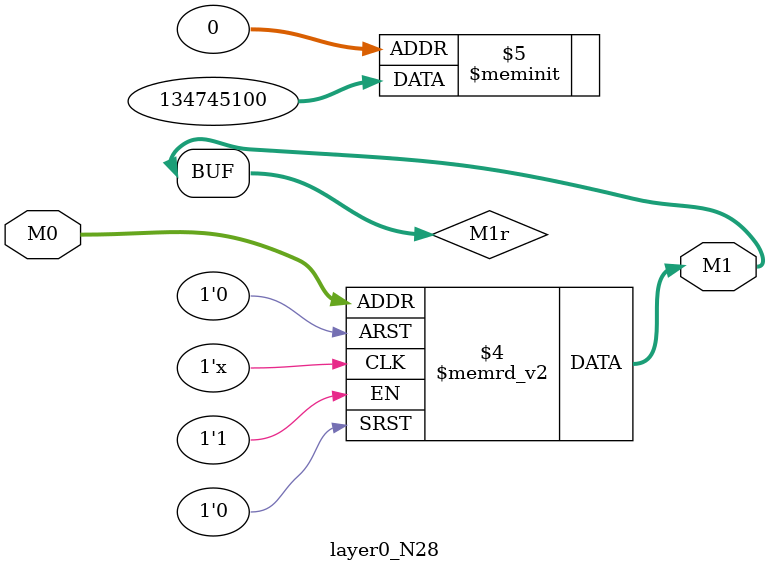
<source format=v>
module layer0_N28 ( input [3:0] M0, output [1:0] M1 );

	(*rom_style = "distributed" *) reg [1:0] M1r;
	assign M1 = M1r;
	always @ (M0) begin
		case (M0)
			4'b0000: M1r = 2'b00;
			4'b1000: M1r = 2'b00;
			4'b0100: M1r = 2'b00;
			4'b1100: M1r = 2'b00;
			4'b0010: M1r = 2'b00;
			4'b1010: M1r = 2'b00;
			4'b0110: M1r = 2'b00;
			4'b1110: M1r = 2'b00;
			4'b0001: M1r = 2'b11;
			4'b1001: M1r = 2'b10;
			4'b0101: M1r = 2'b11;
			4'b1101: M1r = 2'b10;
			4'b0011: M1r = 2'b00;
			4'b1011: M1r = 2'b00;
			4'b0111: M1r = 2'b00;
			4'b1111: M1r = 2'b00;

		endcase
	end
endmodule

</source>
